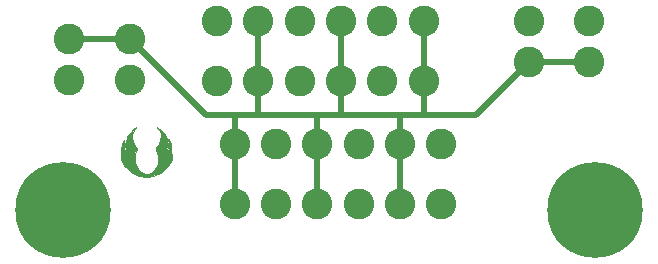
<source format=gbr>
%TF.GenerationSoftware,KiCad,Pcbnew,(5.1.12)-1*%
%TF.CreationDate,2022-01-14T14:31:03-05:00*%
%TF.ProjectId,CANJunction_6x,43414e4a-756e-4637-9469-6f6e5f36782e,00*%
%TF.SameCoordinates,Original*%
%TF.FileFunction,Copper,L1,Top*%
%TF.FilePolarity,Positive*%
%FSLAX46Y46*%
G04 Gerber Fmt 4.6, Leading zero omitted, Abs format (unit mm)*
G04 Created by KiCad (PCBNEW (5.1.12)-1) date 2022-01-14 14:31:03*
%MOMM*%
%LPD*%
G01*
G04 APERTURE LIST*
%TA.AperFunction,EtchedComponent*%
%ADD10C,0.010000*%
%TD*%
%TA.AperFunction,ComponentPad*%
%ADD11C,8.080000*%
%TD*%
%TA.AperFunction,ComponentPad*%
%ADD12C,2.600000*%
%TD*%
%TA.AperFunction,Conductor*%
%ADD13C,0.500000*%
%TD*%
G04 APERTURE END LIST*
D10*
%TO.C,Wings*%
G36*
X102537167Y-94571175D02*
G01*
X102774694Y-94757234D01*
X102989016Y-95004581D01*
X103162353Y-95290011D01*
X103250480Y-95502124D01*
X103295452Y-95703604D01*
X103316737Y-95946728D01*
X103314147Y-96198005D01*
X103287493Y-96423946D01*
X103256381Y-96543614D01*
X103216360Y-96677972D01*
X103213157Y-96738159D01*
X103241469Y-96721689D01*
X103295994Y-96626079D01*
X103320251Y-96573545D01*
X103428344Y-96258881D01*
X103460796Y-95970023D01*
X103427994Y-95730363D01*
X103398676Y-95603525D01*
X103384802Y-95514443D01*
X103386695Y-95488194D01*
X103411643Y-95514288D01*
X103460420Y-95599156D01*
X103520807Y-95720970D01*
X103573786Y-95843296D01*
X103608747Y-95955763D01*
X103629901Y-96082633D01*
X103641456Y-96248172D01*
X103647104Y-96449002D01*
X103652695Y-96643359D01*
X103660802Y-96806497D01*
X103670280Y-96919807D01*
X103678768Y-96963404D01*
X103683045Y-97035225D01*
X103653784Y-97160048D01*
X103599066Y-97317145D01*
X103526972Y-97485786D01*
X103445581Y-97645241D01*
X103362973Y-97774782D01*
X103361989Y-97776095D01*
X103132649Y-98036323D01*
X102866618Y-98246951D01*
X102540471Y-98426494D01*
X102537167Y-98428037D01*
X102103810Y-98591618D01*
X101683865Y-98672195D01*
X101278107Y-98669640D01*
X101171941Y-98654825D01*
X100941112Y-98598087D01*
X100677275Y-98505192D01*
X100415934Y-98389733D01*
X100255583Y-98303993D01*
X100051154Y-98156530D01*
X99844613Y-97960756D01*
X99661733Y-97744148D01*
X99528290Y-97534180D01*
X99522451Y-97522462D01*
X99472947Y-97413581D01*
X99439137Y-97312053D01*
X99417456Y-97196593D01*
X99404338Y-97045916D01*
X99396217Y-96838736D01*
X99394070Y-96756180D01*
X99401209Y-96356659D01*
X99445118Y-96024242D01*
X99527705Y-95748881D01*
X99619315Y-95568667D01*
X99684973Y-95462833D01*
X99655441Y-95568667D01*
X99614327Y-95805646D01*
X99611780Y-96059420D01*
X99644710Y-96304658D01*
X99710029Y-96516027D01*
X99787091Y-96648167D01*
X99855912Y-96732833D01*
X99827493Y-96648167D01*
X99759085Y-96354723D01*
X99735604Y-96039092D01*
X99759632Y-95750670D01*
X99846933Y-95431207D01*
X99989751Y-95147363D01*
X100199792Y-94877995D01*
X100299786Y-94774916D01*
X100422852Y-94660273D01*
X100526274Y-94574540D01*
X100601491Y-94522173D01*
X100639944Y-94507626D01*
X100633073Y-94535353D01*
X100572318Y-94609808D01*
X100529205Y-94655537D01*
X100389639Y-94857705D01*
X100317638Y-95098254D01*
X100312369Y-95365665D01*
X100373002Y-95648416D01*
X100498703Y-95934986D01*
X100637002Y-96147925D01*
X100701789Y-96237648D01*
X100728983Y-96303105D01*
X100719035Y-96373897D01*
X100672396Y-96479627D01*
X100642969Y-96539551D01*
X100569344Y-96757496D01*
X100531746Y-97018130D01*
X100531133Y-97288849D01*
X100568462Y-97537046D01*
X100609982Y-97662783D01*
X100733096Y-97889549D01*
X100893113Y-98097988D01*
X101075093Y-98274694D01*
X101264099Y-98406261D01*
X101445192Y-98479283D01*
X101531380Y-98489667D01*
X101696585Y-98452815D01*
X101879808Y-98350828D01*
X102066104Y-98196556D01*
X102240526Y-98002848D01*
X102388129Y-97782556D01*
X102417642Y-97727667D01*
X102481592Y-97588717D01*
X102517959Y-97461973D01*
X102533964Y-97312849D01*
X102536960Y-97156167D01*
X102531247Y-96957732D01*
X102508985Y-96806222D01*
X102462779Y-96664391D01*
X102420092Y-96567605D01*
X102358337Y-96431374D01*
X102330482Y-96346534D01*
X102333566Y-96288255D01*
X102364627Y-96231707D01*
X102377793Y-96212999D01*
X102588179Y-95879092D01*
X102720721Y-95574157D01*
X102775742Y-95294631D01*
X102753563Y-95036951D01*
X102654506Y-94797552D01*
X102521750Y-94618612D01*
X102410167Y-94494057D01*
X102537167Y-94571175D01*
G37*
X102537167Y-94571175D02*
X102774694Y-94757234D01*
X102989016Y-95004581D01*
X103162353Y-95290011D01*
X103250480Y-95502124D01*
X103295452Y-95703604D01*
X103316737Y-95946728D01*
X103314147Y-96198005D01*
X103287493Y-96423946D01*
X103256381Y-96543614D01*
X103216360Y-96677972D01*
X103213157Y-96738159D01*
X103241469Y-96721689D01*
X103295994Y-96626079D01*
X103320251Y-96573545D01*
X103428344Y-96258881D01*
X103460796Y-95970023D01*
X103427994Y-95730363D01*
X103398676Y-95603525D01*
X103384802Y-95514443D01*
X103386695Y-95488194D01*
X103411643Y-95514288D01*
X103460420Y-95599156D01*
X103520807Y-95720970D01*
X103573786Y-95843296D01*
X103608747Y-95955763D01*
X103629901Y-96082633D01*
X103641456Y-96248172D01*
X103647104Y-96449002D01*
X103652695Y-96643359D01*
X103660802Y-96806497D01*
X103670280Y-96919807D01*
X103678768Y-96963404D01*
X103683045Y-97035225D01*
X103653784Y-97160048D01*
X103599066Y-97317145D01*
X103526972Y-97485786D01*
X103445581Y-97645241D01*
X103362973Y-97774782D01*
X103361989Y-97776095D01*
X103132649Y-98036323D01*
X102866618Y-98246951D01*
X102540471Y-98426494D01*
X102537167Y-98428037D01*
X102103810Y-98591618D01*
X101683865Y-98672195D01*
X101278107Y-98669640D01*
X101171941Y-98654825D01*
X100941112Y-98598087D01*
X100677275Y-98505192D01*
X100415934Y-98389733D01*
X100255583Y-98303993D01*
X100051154Y-98156530D01*
X99844613Y-97960756D01*
X99661733Y-97744148D01*
X99528290Y-97534180D01*
X99522451Y-97522462D01*
X99472947Y-97413581D01*
X99439137Y-97312053D01*
X99417456Y-97196593D01*
X99404338Y-97045916D01*
X99396217Y-96838736D01*
X99394070Y-96756180D01*
X99401209Y-96356659D01*
X99445118Y-96024242D01*
X99527705Y-95748881D01*
X99619315Y-95568667D01*
X99684973Y-95462833D01*
X99655441Y-95568667D01*
X99614327Y-95805646D01*
X99611780Y-96059420D01*
X99644710Y-96304658D01*
X99710029Y-96516027D01*
X99787091Y-96648167D01*
X99855912Y-96732833D01*
X99827493Y-96648167D01*
X99759085Y-96354723D01*
X99735604Y-96039092D01*
X99759632Y-95750670D01*
X99846933Y-95431207D01*
X99989751Y-95147363D01*
X100199792Y-94877995D01*
X100299786Y-94774916D01*
X100422852Y-94660273D01*
X100526274Y-94574540D01*
X100601491Y-94522173D01*
X100639944Y-94507626D01*
X100633073Y-94535353D01*
X100572318Y-94609808D01*
X100529205Y-94655537D01*
X100389639Y-94857705D01*
X100317638Y-95098254D01*
X100312369Y-95365665D01*
X100373002Y-95648416D01*
X100498703Y-95934986D01*
X100637002Y-96147925D01*
X100701789Y-96237648D01*
X100728983Y-96303105D01*
X100719035Y-96373897D01*
X100672396Y-96479627D01*
X100642969Y-96539551D01*
X100569344Y-96757496D01*
X100531746Y-97018130D01*
X100531133Y-97288849D01*
X100568462Y-97537046D01*
X100609982Y-97662783D01*
X100733096Y-97889549D01*
X100893113Y-98097988D01*
X101075093Y-98274694D01*
X101264099Y-98406261D01*
X101445192Y-98479283D01*
X101531380Y-98489667D01*
X101696585Y-98452815D01*
X101879808Y-98350828D01*
X102066104Y-98196556D01*
X102240526Y-98002848D01*
X102388129Y-97782556D01*
X102417642Y-97727667D01*
X102481592Y-97588717D01*
X102517959Y-97461973D01*
X102533964Y-97312849D01*
X102536960Y-97156167D01*
X102531247Y-96957732D01*
X102508985Y-96806222D01*
X102462779Y-96664391D01*
X102420092Y-96567605D01*
X102358337Y-96431374D01*
X102330482Y-96346534D01*
X102333566Y-96288255D01*
X102364627Y-96231707D01*
X102377793Y-96212999D01*
X102588179Y-95879092D01*
X102720721Y-95574157D01*
X102775742Y-95294631D01*
X102753563Y-95036951D01*
X102654506Y-94797552D01*
X102521750Y-94618612D01*
X102410167Y-94494057D01*
X102537167Y-94571175D01*
%TD*%
D11*
%TO.P,H1,*%
%TO.N,*%
X139500000Y-101500000D03*
X94500000Y-101500000D03*
%TD*%
D12*
%TO.P,J4,5*%
%TO.N,Net-(J1-Pad1)*%
X111000000Y-85500000D03*
%TO.P,J4,6*%
%TO.N,Net-(J1-Pad2)*%
X107500000Y-85500000D03*
%TO.P,J4,3*%
%TO.N,Net-(J1-Pad1)*%
X118000000Y-85500000D03*
%TO.P,J4,4*%
%TO.N,Net-(J1-Pad2)*%
X114500000Y-85500000D03*
%TO.P,J4,5*%
%TO.N,Net-(J1-Pad1)*%
X111000000Y-90600000D03*
%TO.P,J4,6*%
%TO.N,Net-(J1-Pad2)*%
X107500000Y-90600000D03*
%TO.P,J4,4*%
X114500000Y-90600000D03*
%TO.P,J4,3*%
%TO.N,Net-(J1-Pad1)*%
X118000000Y-90600000D03*
%TO.P,J4,2*%
%TO.N,Net-(J1-Pad2)*%
X121500000Y-90600000D03*
%TO.P,J4,1*%
%TO.N,Net-(J1-Pad1)*%
X125000000Y-90600000D03*
%TO.P,J4,2*%
%TO.N,Net-(J1-Pad2)*%
X121500000Y-85500000D03*
%TO.P,J4,1*%
%TO.N,Net-(J1-Pad1)*%
X125000000Y-85500000D03*
%TD*%
%TO.P,J3,5*%
%TO.N,Net-(J1-Pad1)*%
X123000000Y-101000000D03*
%TO.P,J3,6*%
%TO.N,Net-(J1-Pad2)*%
X126500000Y-101000000D03*
%TO.P,J3,3*%
%TO.N,Net-(J1-Pad1)*%
X116000000Y-101000000D03*
%TO.P,J3,4*%
%TO.N,Net-(J1-Pad2)*%
X119500000Y-101000000D03*
%TO.P,J3,5*%
%TO.N,Net-(J1-Pad1)*%
X123000000Y-95900000D03*
%TO.P,J3,6*%
%TO.N,Net-(J1-Pad2)*%
X126500000Y-95900000D03*
%TO.P,J3,4*%
X119500000Y-95900000D03*
%TO.P,J3,3*%
%TO.N,Net-(J1-Pad1)*%
X116000000Y-95900000D03*
%TO.P,J3,2*%
%TO.N,Net-(J1-Pad2)*%
X112500000Y-95900000D03*
%TO.P,J3,1*%
%TO.N,Net-(J1-Pad1)*%
X109000000Y-95900000D03*
%TO.P,J3,2*%
%TO.N,Net-(J1-Pad2)*%
X112500000Y-101000000D03*
%TO.P,J3,1*%
%TO.N,Net-(J1-Pad1)*%
X109000000Y-101000000D03*
%TD*%
%TO.P,J2,2*%
%TO.N,Net-(J1-Pad2)*%
X100100000Y-90500000D03*
%TO.P,J2,1*%
%TO.N,Net-(J1-Pad1)*%
X100100000Y-87000000D03*
%TO.P,J2,2*%
%TO.N,Net-(J1-Pad2)*%
X95000000Y-90500000D03*
%TO.P,J2,1*%
%TO.N,Net-(J1-Pad1)*%
X95000000Y-87000000D03*
%TD*%
%TO.P,J1,2*%
%TO.N,Net-(J1-Pad2)*%
X133900000Y-85500000D03*
%TO.P,J1,1*%
%TO.N,Net-(J1-Pad1)*%
X133900000Y-89000000D03*
%TO.P,J1,2*%
%TO.N,Net-(J1-Pad2)*%
X139000000Y-85500000D03*
%TO.P,J1,1*%
%TO.N,Net-(J1-Pad1)*%
X139000000Y-89000000D03*
%TD*%
D13*
%TO.N,Net-(J1-Pad1)*%
X95000000Y-87000000D02*
X100100000Y-87000000D01*
X133199999Y-88299999D02*
X133900000Y-89000000D01*
X133900000Y-89000000D02*
X133700000Y-88800000D01*
X139000000Y-89000000D02*
X133900000Y-89000000D01*
X100100000Y-87000000D02*
X106600000Y-93500000D01*
X129400000Y-93500000D02*
X133900000Y-89000000D01*
X111000000Y-85500000D02*
X111000000Y-90600000D01*
X118000000Y-85500000D02*
X118000000Y-90600000D01*
X125000000Y-85500000D02*
X125000000Y-90600000D01*
X123000000Y-95900000D02*
X123000000Y-101000000D01*
X116000000Y-95900000D02*
X116000000Y-101000000D01*
X109000000Y-95900000D02*
X109000000Y-101000000D01*
X113600000Y-93500000D02*
X113500000Y-93500000D01*
X120600000Y-93500000D02*
X120000000Y-93500000D01*
X111000000Y-90600000D02*
X111000000Y-93500000D01*
X111000000Y-93500000D02*
X113500000Y-93500000D01*
X109000000Y-95900000D02*
X109000000Y-93500000D01*
X109000000Y-93500000D02*
X111000000Y-93500000D01*
X106600000Y-93500000D02*
X109000000Y-93500000D01*
X116000000Y-95900000D02*
X116000000Y-93500000D01*
X116000000Y-93500000D02*
X117000000Y-93500000D01*
X113500000Y-93500000D02*
X116000000Y-93500000D01*
X123000000Y-95900000D02*
X123000000Y-93500000D01*
X123000000Y-93500000D02*
X124000000Y-93500000D01*
X120000000Y-93500000D02*
X123000000Y-93500000D01*
X125000000Y-90600000D02*
X125000000Y-93500000D01*
X125000000Y-93500000D02*
X129400000Y-93500000D01*
X124000000Y-93500000D02*
X125000000Y-93500000D01*
X118000000Y-90600000D02*
X118000000Y-93500000D01*
X118000000Y-93500000D02*
X120000000Y-93500000D01*
X117000000Y-93500000D02*
X118000000Y-93500000D01*
%TD*%
M02*

</source>
